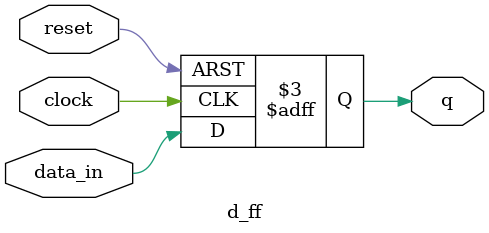
<source format=v>

module d_ff(
	input clock,
	input reset,
	input data_in,
	output reg q
);

	always @(posedge clock or negedge reset)
		if(~reset)
			q <= 0;
		else
			q <= data_in;

endmodule


</source>
